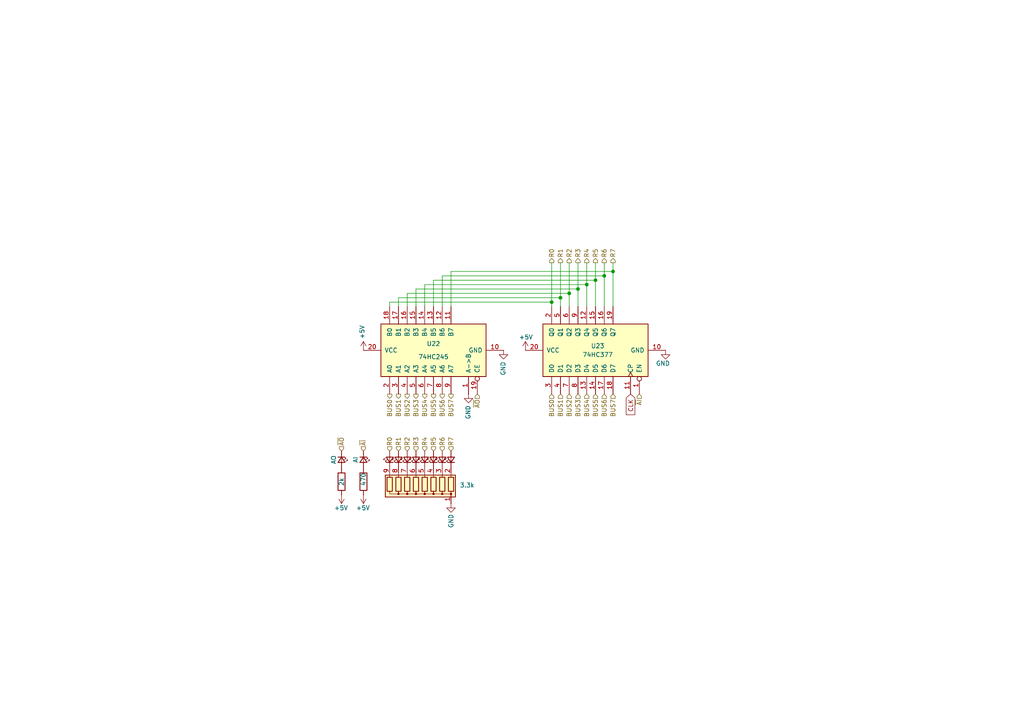
<source format=kicad_sch>
(kicad_sch (version 20250114) (generator "eeschema") (generator_version "9.0")
  (paper "A4")
  (title_block (title "A Register") (date "2025-12-30") (rev "3.3") (comment 2 "creativecommons.org/licenses/by-nc-sa/4.0/") (comment 3 "This work is licensed under CC BY-NC-SA 4.0") (comment 4 "Author: Carsten Herting (slu4)"))
  (lib_symbols
    (symbol "8-Bit CPU 32k:74HC245" (pin_names (offset 1.016))
      (property "Reference" "U" (at 0 -6.35 90))
      (property "Value" "74HC245" (at 0 2.54 90))
      (symbol "74HC245_1_0"
        (pin tri_state line (at -12.7 12.7 0) (length 5.08) (name "A0") (number "2"))
        (pin tri_state line (at -12.7 10.16 0) (length 5.08) (name "A1") (number "3"))
        (pin tri_state line (at -12.7 7.62 0) (length 5.08) (name "A2") (number "4"))
        (pin tri_state line (at -12.7 5.08 0) (length 5.08) (name "A3") (number "5"))
        (pin tri_state line (at -12.7 2.54 0) (length 5.08) (name "A4") (number "6"))
        (pin tri_state line (at -12.7 0 0) (length 5.08) (name "A5") (number "7"))
        (pin tri_state line (at -12.7 -2.54 0) (length 5.08) (name "A6") (number "8"))
        (pin tri_state line (at -12.7 -5.08 0) (length 5.08) (name "A7") (number "9"))
        (pin input line (at -12.7 -10.16 0) (length 5.08) (name "A->B") (number "1"))
        (pin input inverted (at -12.7 -12.7 0) (length 5.08) (name "CE") (number "19"))
        (pin power_in line (at 0 20.32 270) (length 5.08) (name "VCC") (number "20"))
        (pin power_in line (at 0 -20.32 90) (length 5.08) (name "GND") (number "10"))
        (pin input line (at 12.7 12.7 180) (length 5.08) (name "B0") (number "18"))
        (pin input line (at 12.7 10.16 180) (length 5.08) (name "B1") (number "17"))
        (pin input line (at 12.7 7.62 180) (length 5.08) (name "B2") (number "16"))
        (pin input line (at 12.7 5.08 180) (length 5.08) (name "B3") (number "15"))
        (pin input line (at 12.7 2.54 180) (length 5.08) (name "B4") (number "14"))
        (pin input line (at 12.7 0 180) (length 5.08) (name "B5") (number "13"))
        (pin input line (at 12.7 -2.54 180) (length 5.08) (name "B6") (number "12"))
        (pin input line (at 12.7 -5.08 180) (length 5.08) (name "B7") (number "11"))
      )
      (symbol "74HC245_1_1"
        (rectangle (start -7.62 15.24) (end 7.62 -15.24) (stroke (width 0.254)) (fill (type background)))
      )
    )
    (symbol "8-Bit CPU 32k:74HC377" (pin_names (offset 1.016))
      (property "Reference" "U" (at 1.27 0 90))
      (property "Value" "74HC377" (at -1.27 0 90))
      (symbol "74HC377_1_0"
        (pin input line (at -12.7 12.7 0) (length 5.08) (name "D0") (number "3"))
        (pin input line (at -12.7 10.16 0) (length 5.08) (name "D1") (number "4"))
        (pin input line (at -12.7 7.62 0) (length 5.08) (name "D2") (number "7"))
        (pin input line (at -12.7 5.08 0) (length 5.08) (name "D3") (number "8"))
        (pin input line (at -12.7 2.54 0) (length 5.08) (name "D4") (number "13"))
        (pin input line (at -12.7 0 0) (length 5.08) (name "D5") (number "14"))
        (pin input line (at -12.7 -2.54 0) (length 5.08) (name "D6") (number "17"))
        (pin input line (at -12.7 -5.08 0) (length 5.08) (name "D7") (number "18"))
        (pin input clock (at -12.7 -10.16 0) (length 5.08) (name "CP") (number "11"))
        (pin input inverted (at -12.7 -12.7 0) (length 5.08) (name "EN") (number "1"))
        (pin power_in line (at 0 20.32 270) (length 5.08) (name "VCC") (number "20"))
        (pin power_in line (at 0 -20.32 90) (length 5.08) (name "GND") (number "10"))
        (pin output line (at 12.7 12.7 180) (length 5.08) (name "Q0") (number "2"))
        (pin output line (at 12.7 10.16 180) (length 5.08) (name "Q1") (number "5"))
        (pin output line (at 12.7 7.62 180) (length 5.08) (name "Q2") (number "6"))
        (pin output line (at 12.7 5.08 180) (length 5.08) (name "Q3") (number "9"))
        (pin output line (at 12.7 2.54 180) (length 5.08) (name "Q4") (number "12"))
        (pin output line (at 12.7 0 180) (length 5.08) (name "Q5") (number "15"))
        (pin output line (at 12.7 -2.54 180) (length 5.08) (name "Q6") (number "16"))
        (pin output line (at 12.7 -5.08 180) (length 5.08) (name "Q7") (number "19"))
      )
      (symbol "74HC377_1_1"
        (rectangle (start -7.62 15.24) (end 7.62 -15.24) (stroke (width 0.254)) (fill (type background)))
      )
    )
    (symbol "Device:LED_Small" (pin_numbers (hide yes)) (pin_names (offset 0.254) (hide yes))
      (property "Reference" "D" (at -1.27 3.175 0))
      (property "Value" "LED_Small" (at -4.445 -2.54 0))
      (symbol "LED_Small_0_1"
        (polyline (pts (xy -0.762 -1.016) (xy -0.762 1.016)) (stroke (width 0.254)))
        (polyline (pts (xy 0 0.762) (xy -0.508 1.27) (xy -0.254 1.27) (xy -0.508 1.27) (xy -0.508 1.016)))
        (polyline (pts (xy 0.508 1.27) (xy 0 1.778) (xy 0.254 1.778) (xy 0 1.778) (xy 0 1.524)))
        (polyline (pts (xy 0.762 -1.016) (xy -0.762 0) (xy 0.762 1.016) (xy 0.762 -1.016)) (stroke (width 0.254)))
        (polyline (pts (xy 1.016 0) (xy -0.762 0)))
      )
      (symbol "LED_Small_1_1"
        (pin passive line (at -2.54 0 0) (length 1.778) (name "K") (number "1"))
        (pin passive line (at 2.54 0 180) (length 1.778) (name "A") (number "2"))
      )
    )
    (symbol "Device:R" (pin_numbers (hide yes)) (pin_names (offset 0))
      (property "Reference" "R" (at 2.032 0 90))
      (property "Value" "R" (at 0 0 90))
      (symbol "R_0_1"
        (rectangle (start -1.016 -2.54) (end 1.016 2.54) (stroke (width 0.254)))
      )
      (symbol "R_1_1"
        (pin passive line (at 0 3.81 270) (length 1.27) (name "~") (number "1"))
        (pin passive line (at 0 -3.81 90) (length 1.27) (name "~") (number "2"))
      )
    )
    (symbol "Device:R_Network08" (pin_names (offset 0) (hide yes))
      (property "Reference" "RN" (at -12.7 0 90))
      (property "Value" "R_Network08" (at 10.16 0 90))
      (symbol "R_Network08_0_1"
        (rectangle (start -11.43 -3.175) (end 8.89 3.175) (stroke (width 0.254)) (fill (type background)))
        (rectangle (start -10.922 1.524) (end -9.398 -2.54) (stroke (width 0.254)))
        (circle (center -10.16 2.286) (radius 0.254) (fill (type outline)))
        (polyline (pts (xy -10.16 1.524) (xy -10.16 2.286) (xy -7.62 2.286) (xy -7.62 1.524)))
        (polyline (pts (xy -10.16 -2.54) (xy -10.16 -3.81)))
        (rectangle (start -8.382 1.524) (end -6.858 -2.54) (stroke (width 0.254)))
        (circle (center -7.62 2.286) (radius 0.254) (fill (type outline)))
        (polyline (pts (xy -7.62 1.524) (xy -7.62 2.286) (xy -5.08 2.286) (xy -5.08 1.524)))
        (polyline (pts (xy -7.62 -2.54) (xy -7.62 -3.81)))
        (rectangle (start -5.842 1.524) (end -4.318 -2.54) (stroke (width 0.254)))
        (circle (center -5.08 2.286) (radius 0.254) (fill (type outline)))
        (polyline (pts (xy -5.08 1.524) (xy -5.08 2.286) (xy -2.54 2.286) (xy -2.54 1.524)))
        (polyline (pts (xy -5.08 -2.54) (xy -5.08 -3.81)))
        (rectangle (start -3.302 1.524) (end -1.778 -2.54) (stroke (width 0.254)))
        (circle (center -2.54 2.286) (radius 0.254) (fill (type outline)))
        (polyline (pts (xy -2.54 1.524) (xy -2.54 2.286) (xy 0 2.286) (xy 0 1.524)))
        (polyline (pts (xy -2.54 -2.54) (xy -2.54 -3.81)))
        (rectangle (start -0.762 1.524) (end 0.762 -2.54) (stroke (width 0.254)))
        (circle (center 0 2.286) (radius 0.254) (fill (type outline)))
        (polyline (pts (xy 0 1.524) (xy 0 2.286) (xy 2.54 2.286) (xy 2.54 1.524)))
        (polyline (pts (xy 0 -2.54) (xy 0 -3.81)))
        (rectangle (start 1.778 1.524) (end 3.302 -2.54) (stroke (width 0.254)))
        (circle (center 2.54 2.286) (radius 0.254) (fill (type outline)))
        (polyline (pts (xy 2.54 1.524) (xy 2.54 2.286) (xy 5.08 2.286) (xy 5.08 1.524)))
        (polyline (pts (xy 2.54 -2.54) (xy 2.54 -3.81)))
        (rectangle (start 4.318 1.524) (end 5.842 -2.54) (stroke (width 0.254)))
        (circle (center 5.08 2.286) (radius 0.254) (fill (type outline)))
        (polyline (pts (xy 5.08 1.524) (xy 5.08 2.286) (xy 7.62 2.286) (xy 7.62 1.524)))
        (polyline (pts (xy 5.08 -2.54) (xy 5.08 -3.81)))
        (rectangle (start 6.858 1.524) (end 8.382 -2.54) (stroke (width 0.254)))
        (polyline (pts (xy 7.62 -2.54) (xy 7.62 -3.81)))
      )
      (symbol "R_Network08_1_1"
        (pin passive line (at -10.16 5.08 270) (length 2.54) (name "common") (number "1"))
        (pin passive line (at -10.16 -5.08 90) (length 1.27) (name "R1") (number "2"))
        (pin passive line (at -7.62 -5.08 90) (length 1.27) (name "R2") (number "3"))
        (pin passive line (at -5.08 -5.08 90) (length 1.27) (name "R3") (number "4"))
        (pin passive line (at -2.54 -5.08 90) (length 1.27) (name "R4") (number "5"))
        (pin passive line (at 0 -5.08 90) (length 1.27) (name "R5") (number "6"))
        (pin passive line (at 2.54 -5.08 90) (length 1.27) (name "R6") (number "7"))
        (pin passive line (at 5.08 -5.08 90) (length 1.27) (name "R7") (number "8"))
        (pin passive line (at 7.62 -5.08 90) (length 1.27) (name "R8") (number "9"))
      )
    )
    (symbol "power:+5V" (power) (pin_numbers (hide yes)) (pin_names (offset 0) (hide yes))
      (property "Value" "+5V" (at 0 3.556 0))
      (symbol "+5V_0_1"
        (polyline (pts (xy -0.762 1.27) (xy 0 2.54)))
        (polyline (pts (xy 0 2.54) (xy 0.762 1.27)))
        (polyline (pts (xy 0 0) (xy 0 2.54)))
      )
      (symbol "+5V_1_1"
        (pin power_in line (at 0 0 90) (length 0) (name "~") (number "1"))
      )
    )
    (symbol "power:GND" (power) (pin_numbers (hide yes)) (pin_names (offset 0) (hide yes))
      (property "Value" "GND" (at 0 -3.81 0))
      (symbol "GND_0_1"
        (polyline (pts (xy 0 0) (xy 0 -1.27) (xy 1.27 -1.27) (xy 0 -2.54) (xy -1.27 -1.27) (xy 0 -1.27)))
      )
      (symbol "GND_1_1"
        (pin power_in line (at 0 0 270) (length 0) (name "~") (number "1"))
      )
    )
  )
  (junction (at 165.1 85.09))
  (junction (at 170.18 82.55))
  (junction (at 172.72 81.28))
  (junction (at 177.8 78.74))
  (junction (at 167.64 83.82))
  (junction (at 160.02 87.63))
  (junction (at 162.56 86.36))
  (junction (at 175.26 80.01))
  (wire (pts (xy 120.65 83.82) (xy 167.64 83.82)))
  (wire (pts (xy 177.8 78.74) (xy 177.8 88.9)))
  (wire (pts (xy 172.72 76.2) (xy 172.72 81.28)))
  (wire (pts (xy 165.1 76.2) (xy 165.1 85.09)))
  (wire (pts (xy 113.03 87.63) (xy 113.03 88.9)))
  (wire (pts (xy 115.57 86.36) (xy 162.56 86.36)))
  (wire (pts (xy 160.02 76.2) (xy 160.02 87.63)))
  (wire (pts (xy 167.64 76.2) (xy 167.64 83.82)))
  (wire (pts (xy 170.18 82.55) (xy 170.18 88.9)))
  (wire (pts (xy 130.81 78.74) (xy 130.81 88.9)))
  (wire (pts (xy 177.8 76.2) (xy 177.8 78.74)))
  (wire (pts (xy 170.18 76.2) (xy 170.18 82.55)))
  (wire (pts (xy 130.81 78.74) (xy 177.8 78.74)))
  (wire (pts (xy 128.27 80.01) (xy 175.26 80.01)))
  (wire (pts (xy 128.27 80.01) (xy 128.27 88.9)))
  (wire (pts (xy 120.65 83.82) (xy 120.65 88.9)))
  (wire (pts (xy 125.73 81.28) (xy 172.72 81.28)))
  (wire (pts (xy 162.56 76.2) (xy 162.56 86.36)))
  (wire (pts (xy 172.72 81.28) (xy 172.72 88.9)))
  (wire (pts (xy 123.19 82.55) (xy 123.19 88.9)))
  (wire (pts (xy 165.1 85.09) (xy 165.1 88.9)))
  (wire (pts (xy 118.11 85.09) (xy 118.11 88.9)))
  (wire (pts (xy 125.73 81.28) (xy 125.73 88.9)))
  (wire (pts (xy 123.19 82.55) (xy 170.18 82.55)))
  (wire (pts (xy 160.02 87.63) (xy 160.02 88.9)))
  (wire (pts (xy 113.03 87.63) (xy 160.02 87.63)))
  (wire (pts (xy 115.57 86.36) (xy 115.57 88.9)))
  (wire (pts (xy 175.26 80.01) (xy 175.26 88.9)))
  (wire (pts (xy 118.11 85.09) (xy 165.1 85.09)))
  (wire (pts (xy 162.56 86.36) (xy 162.56 88.9)))
  (wire (pts (xy 167.64 83.82) (xy 167.64 88.9)))
  (wire (pts (xy 175.26 76.2) (xy 175.26 80.01)))
  (global_label "CLK" (shape input) (at 182.88 114.3 270) (property "Intersheetrefs" "${INTERSHEET_REFS}" (effects (hide yes))))
  (hierarchical_label "R7" (shape input) (at 130.81 130.81 90))
  (hierarchical_label "R0" (shape output) (at 160.02 76.2 90))
  (hierarchical_label "BUS5" (shape output) (at 125.73 114.3 270))
  (hierarchical_label "BUS6" (shape output) (at 128.27 114.3 270))
  (hierarchical_label "~{AO}" (shape input) (at 99.06 130.81 90))
  (hierarchical_label "R6" (shape input) (at 128.27 130.81 90))
  (hierarchical_label "~{AI}" (shape input) (at 185.42 114.3 270))
  (hierarchical_label "R2" (shape input) (at 118.11 130.81 90))
  (hierarchical_label "BUS3" (shape input) (at 167.64 114.3 270))
  (hierarchical_label "R2" (shape output) (at 165.1 76.2 90))
  (hierarchical_label "BUS4" (shape input) (at 170.18 114.3 270))
  (hierarchical_label "BUS3" (shape output) (at 120.65 114.3 270))
  (hierarchical_label "BUS7" (shape output) (at 130.81 114.3 270))
  (hierarchical_label "~{AI}" (shape input) (at 105.41 130.81 90))
  (hierarchical_label "BUS7" (shape input) (at 177.8 114.3 270))
  (hierarchical_label "R6" (shape output) (at 175.26 76.2 90))
  (hierarchical_label "BUS1" (shape input) (at 162.56 114.3 270))
  (hierarchical_label "BUS4" (shape output) (at 123.19 114.3 270))
  (hierarchical_label "BUS0" (shape input) (at 160.02 114.3 270))
  (hierarchical_label "~{AO}" (shape input) (at 138.43 114.3 270))
  (hierarchical_label "BUS6" (shape input) (at 175.26 114.3 270))
  (hierarchical_label "R7" (shape output) (at 177.8 76.2 90))
  (hierarchical_label "BUS2" (shape input) (at 165.1 114.3 270))
  (hierarchical_label "R5" (shape output) (at 172.72 76.2 90))
  (hierarchical_label "R1" (shape output) (at 162.56 76.2 90))
  (hierarchical_label "R4" (shape output) (at 170.18 76.2 90))
  (hierarchical_label "R3" (shape input) (at 120.65 130.81 90))
  (hierarchical_label "BUS0" (shape output) (at 113.03 114.3 270))
  (hierarchical_label "R1" (shape input) (at 115.57 130.81 90))
  (hierarchical_label "R0" (shape input) (at 113.03 130.81 90))
  (hierarchical_label "R3" (shape output) (at 167.64 76.2 90))
  (hierarchical_label "R5" (shape input) (at 125.73 130.81 90))
  (hierarchical_label "BUS2" (shape output) (at 118.11 114.3 270))
  (hierarchical_label "R4" (shape input) (at 123.19 130.81 90))
  (hierarchical_label "BUS1" (shape output) (at 115.57 114.3 270))
  (hierarchical_label "BUS5" (shape input) (at 172.72 114.3 270))
  (symbol (lib_id "8-Bit CPU 32k:74HC377") (at 172.72 101.6 90) (unit 1)
    (property "Reference" "U23" (at 173.355 100.3331 90))
    (property "Value" "74HC377" (at 173.355 102.87 90))
    (property "Footprint" "Package_DIP:DIP-20_W7.62mm" (effects (hide yes)))
    (property "Datasheet" "http://www.ti.com/lit/gpn/sn74LS574" (effects (hide yes)))
  )
  (symbol (lib_id "Device:LED_Small") (at 123.19 133.35 90) (unit 1)
    (property "Reference" "D40" (effects (hide yes)))
    (property "Value" "LED_Small" (effects (hide yes)))
    (property "Footprint" "LED_THT:LED_D5.0mm" (effects (hide yes)))
    (property "Description" "LED GREEN, 2000mcd, 60°" (effects (hide yes)))
    (property "Sim.Pin" "1=K 2=A" (effects (hide yes)))
  )
  (symbol (lib_id "Device:LED_Small") (at 128.27 133.35 90) (unit 1)
    (property "Reference" "D42" (effects (hide yes)))
    (property "Value" "LED_Small" (effects (hide yes)))
    (property "Footprint" "LED_THT:LED_D5.0mm" (effects (hide yes)))
    (property "Description" "LED GREEN, 2000mcd, 60°" (effects (hide yes)))
    (property "Sim.Pin" "1=K 2=A" (effects (hide yes)))
  )
  (symbol (lib_id "power:GND") (at 135.89 114.3 0) (mirror y) (unit 1)
    (property "Reference" "#PWR0104" (effects (hide yes)))
    (property "Value" "GND" (at 135.763 117.5512 90) (effects (justify right)))
    (property "Description" "Power symbol creates a global label with name \"GND\" , ground" (effects (hide yes)))
  )
  (symbol (lib_id "Device:LED_Small") (at 99.06 133.35 270) (unit 1)
    (property "Reference" "D66" (effects (hide yes)))
    (property "Value" "AO" (at 96.774 133.35 0))
    (property "Footprint" "LED_THT:LED_D5.0mm" (effects (hide yes)))
    (property "Description" "LED RED, 1300mcd, 60°" (effects (hide yes)))
    (property "Sim.Pin" "1=K 2=A" (effects (hide yes)))
  )
  (symbol (lib_id "power:+5V") (at 105.41 143.51 180) (unit 1)
    (property "Reference" "#PWR0165" (effects (hide yes)))
    (property "Value" "+5V" (at 107.315 147.32 0) (effects (justify left)))
    (property "Description" "Power symbol creates a global label with name \"+5V\"" (effects (hide yes)))
  )
  (symbol (lib_id "Device:LED_Small") (at 120.65 133.35 90) (unit 1)
    (property "Reference" "D39" (effects (hide yes)))
    (property "Value" "LED_Small" (effects (hide yes)))
    (property "Footprint" "LED_THT:LED_D5.0mm" (effects (hide yes)))
    (property "Description" "LED GREEN, 2000mcd, 60°" (effects (hide yes)))
    (property "Sim.Pin" "1=K 2=A" (effects (hide yes)))
  )
  (symbol (lib_id "Device:LED_Small") (at 113.03 133.35 90) (unit 1)
    (property "Reference" "D36" (effects (hide yes)))
    (property "Value" "LED_Small" (effects (hide yes)))
    (property "Footprint" "LED_THT:LED_D5.0mm" (effects (hide yes)))
    (property "Description" "LED GREEN, 2000mcd, 60°" (effects (hide yes)))
    (property "Sim.Pin" "1=K 2=A" (effects (hide yes)))
  )
  (symbol (lib_id "power:GND") (at 193.04 101.6 0) (unit 1)
    (property "Reference" "#PWR0107" (effects (hide yes)))
    (property "Value" "GND" (at 194.31 105.41 0) (effects (justify right)))
    (property "Description" "Power symbol creates a global label with name \"GND\" , ground" (effects (hide yes)))
  )
  (symbol (lib_id "power:GND") (at 146.05 101.6 0) (mirror y) (unit 1)
    (property "Reference" "#PWR0105" (effects (hide yes)))
    (property "Value" "GND" (at 145.923 104.8512 90) (effects (justify right)))
    (property "Description" "Power symbol creates a global label with name \"GND\" , ground" (effects (hide yes)))
  )
  (symbol (lib_id "Device:LED_Small") (at 130.81 133.35 90) (unit 1)
    (property "Reference" "D43" (effects (hide yes)))
    (property "Value" "LED_Small" (effects (hide yes)))
    (property "Footprint" "LED_THT:LED_D5.0mm" (effects (hide yes)))
    (property "Description" "LED GREEN, 2000mcd, 60°" (effects (hide yes)))
    (property "Sim.Pin" "1=K 2=A" (effects (hide yes)))
  )
  (symbol (lib_id "Device:R") (at 105.41 139.7 0) (mirror y) (unit 1)
    (property "Reference" "R7" (effects (hide yes)))
    (property "Value" "470" (at 105.41 140.97 90) (effects (justify left)))
    (property "Footprint" "Resistor_THT:R_Axial_DIN0207_L6.3mm_D2.5mm_P7.62mm_Horizontal" (effects (hide yes)))
    (property "Description" "Resistor" (effects (hide yes)))
  )
  (symbol (lib_id "Device:R_Network08") (at 120.65 140.97 180) (unit 1)
    (property "Reference" "RN6" (effects (hide yes)))
    (property "Value" "3.3k" (at 133.35 140.7159 0) (effects (justify right)))
    (property "Footprint" "Resistor_THT:R_Array_SIP9" (effects (hide yes)))
    (property "Datasheet" "http://www.vishay.com/docs/31509/csc.pdf" (effects (hide yes)))
    (property "Description" "8 resistor network, star topology, bussed resistors, small symbol" (effects (hide yes)))
  )
  (symbol (lib_id "power:GND") (at 130.81 146.05 0) (mirror y) (unit 1)
    (property "Reference" "#PWR0159" (effects (hide yes)))
    (property "Value" "GND" (at 130.81 151.13 90))
    (property "Description" "Power symbol creates a global label with name \"GND\" , ground" (effects (hide yes)))
  )
  (symbol (lib_id "Device:LED_Small") (at 125.73 133.35 90) (unit 1)
    (property "Reference" "D41" (effects (hide yes)))
    (property "Value" "LED_Small" (effects (hide yes)))
    (property "Footprint" "LED_THT:LED_D5.0mm" (effects (hide yes)))
    (property "Description" "LED GREEN, 2000mcd, 60°" (effects (hide yes)))
    (property "Sim.Pin" "1=K 2=A" (effects (hide yes)))
  )
  (symbol (lib_id "Device:LED_Small") (at 115.57 133.35 90) (unit 1)
    (property "Reference" "D37" (effects (hide yes)))
    (property "Value" "LED_Small" (effects (hide yes)))
    (property "Footprint" "LED_THT:LED_D5.0mm" (effects (hide yes)))
    (property "Description" "LED GREEN, 2000mcd, 60°" (effects (hide yes)))
    (property "Sim.Pin" "1=K 2=A" (effects (hide yes)))
  )
  (symbol (lib_id "power:+5V") (at 152.4 101.6 0) (unit 1)
    (property "Reference" "#PWR0106" (effects (hide yes)))
    (property "Value" "+5V" (at 150.495 97.79 0) (effects (justify left)))
    (property "Description" "Power symbol creates a global label with name \"+5V\"" (effects (hide yes)))
  )
  (symbol (lib_id "8-Bit CPU 32k:74HC245") (at 125.73 101.6 90) (unit 1)
    (property "Reference" "U22" (at 125.73 99.695 90))
    (property "Value" "74HC245" (at 125.73 103.505 90))
    (property "Footprint" "Package_DIP:DIP-20_W7.62mm" (effects (hide yes)))
    (property "Datasheet" "http://www.ti.com/lit/gpn/sn74HC245" (effects (hide yes)))
    (property "Description" "Octal BUS Transceivers, 3-State outputs" (effects (hide yes)))
  )
  (symbol (lib_id "power:+5V") (at 105.41 101.6 0) (mirror y) (unit 1)
    (property "Reference" "#PWR0103" (effects (hide yes)))
    (property "Value" "+5V" (at 105.029 98.3488 90) (effects (justify left)))
    (property "Description" "Power symbol creates a global label with name \"+5V\"" (effects (hide yes)))
  )
  (symbol (lib_id "Device:LED_Small") (at 118.11 133.35 90) (unit 1)
    (property "Reference" "D38" (effects (hide yes)))
    (property "Value" "LED_Small" (effects (hide yes)))
    (property "Footprint" "LED_THT:LED_D5.0mm" (effects (hide yes)))
    (property "Description" "LED GREEN, 2000mcd, 60°" (effects (hide yes)))
    (property "Sim.Pin" "1=K 2=A" (effects (hide yes)))
  )
  (symbol (lib_id "Device:LED_Small") (at 105.41 133.35 270) (unit 1)
    (property "Reference" "D65" (effects (hide yes)))
    (property "Value" "AI" (at 103.124 133.35 0))
    (property "Footprint" "LED_THT:LED_D5.0mm" (effects (hide yes)))
    (property "Description" "LED YELLOW, 1300mcd, 60°" (effects (hide yes)))
    (property "Sim.Pin" "1=K 2=A" (effects (hide yes)))
  )
  (symbol (lib_id "Device:R") (at 99.06 139.7 0) (mirror y) (unit 1)
    (property "Reference" "R8" (effects (hide yes)))
    (property "Value" "2k" (at 99.06 140.97 90) (effects (justify left)))
    (property "Footprint" "Resistor_THT:R_Axial_DIN0207_L6.3mm_D2.5mm_P7.62mm_Horizontal" (effects (hide yes)))
    (property "Description" "Resistor" (effects (hide yes)))
  )
  (symbol (lib_id "power:+5V") (at 99.06 143.51 180) (unit 1)
    (property "Reference" "#PWR0166" (effects (hide yes)))
    (property "Value" "+5V" (at 100.965 147.32 0) (effects (justify left)))
    (property "Description" "Power symbol creates a global label with name \"+5V\"" (effects (hide yes)))
  )
)
</source>
